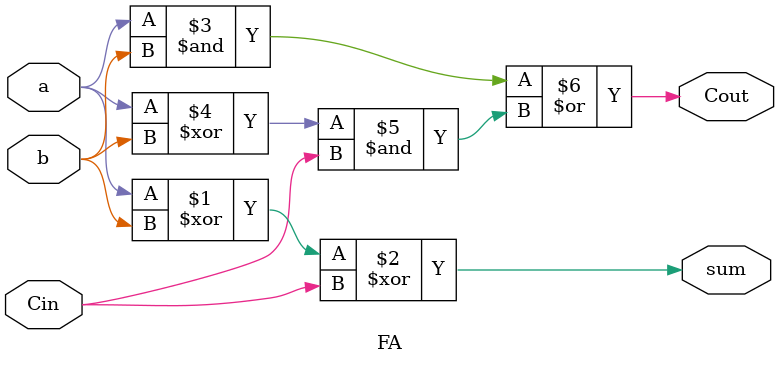
<source format=v>
`timescale 1ns / 1ps
module FA(
    input a,
    input b,
    input Cin,
    output Cout,
    output sum
    );
assign sum = a ^ b ^ Cin;
assign Cout = (a&b) | (a^b) & Cin;

endmodule

</source>
